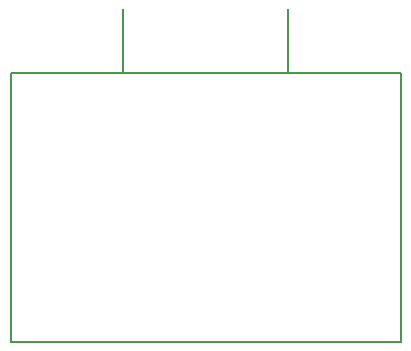
<source format=gbr>
G04 #@! TF.GenerationSoftware,KiCad,Pcbnew,(5.1.8)-1*
G04 #@! TF.CreationDate,2022-02-12T14:46:48+01:00*
G04 #@! TF.ProjectId,BulkyMIDI-32 Module,42756c6b-794d-4494-9449-2d3332204d6f,rev?*
G04 #@! TF.SameCoordinates,Original*
G04 #@! TF.FileFunction,OtherDrawing,Comment*
%FSLAX46Y46*%
G04 Gerber Fmt 4.6, Leading zero omitted, Abs format (unit mm)*
G04 Created by KiCad (PCBNEW (5.1.8)-1) date 2022-02-12 14:46:48*
%MOMM*%
%LPD*%
G01*
G04 APERTURE LIST*
%ADD10C,0.150000*%
G04 APERTURE END LIST*
D10*
X87234000Y-127085000D02*
X87234000Y-121685000D01*
X101234000Y-127085000D02*
X101234000Y-121685000D01*
X110744000Y-127085000D02*
X77724000Y-127085000D01*
X77724000Y-127085000D02*
X77724000Y-149860000D01*
X77724000Y-149860000D02*
X110744000Y-149860000D01*
X110744000Y-149860000D02*
X110744000Y-127085000D01*
M02*

</source>
